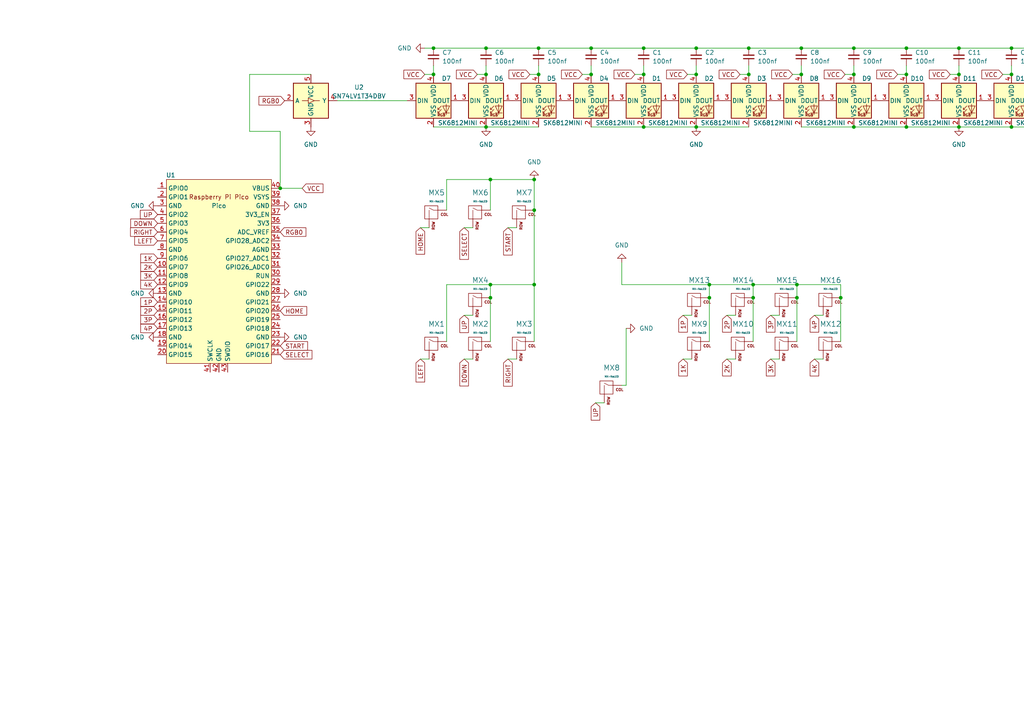
<source format=kicad_sch>
(kicad_sch (version 20230121) (generator eeschema)
  (paper "A4")
  (lib_symbols
    (symbol "Device:C_Small" (pin_numbers hide) (pin_names (offset 0.254) hide)
      (property "Reference" "C" (at 0.254 1.778 0))
      (property "Value" "C_Small" (at 0.254 -2.032 0))
      (symbol "C_Small_0_1"
        (polyline (pts (xy -1.524 -0.508) (xy 1.524 -0.508)) (stroke (width 0.3302)))
        (polyline (pts (xy -1.524 0.508) (xy 1.524 0.508)) (stroke (width 0.3048)))
      )
      (symbol "C_Small_1_1"
        (pin passive line (at 0 2.54 270) (length 2.032) (name "~") (number "1"))
        (pin passive line (at 0 -2.54 90) (length 2.032) (name "~") (number "2"))
      )
    )
    (symbol "LED:SK6812MINI" (pin_names (offset 0.254))
      (property "Reference" "D" (at 5.08 5.715 0))
      (property "Value" "SK6812MINI" (at 1.27 -5.715 0))
      (symbol "SK6812MINI_0_0"
        (text "RGB" (at 2.286 -4.191 0) (effects (font (size 0.762 0.762))))
      )
      (symbol "SK6812MINI_0_1"
        (polyline (pts (xy 1.27 -3.556) (xy 1.778 -3.556)))
        (polyline (pts (xy 1.27 -2.54) (xy 1.778 -2.54)))
        (polyline (pts (xy 4.699 -3.556) (xy 2.667 -3.556)))
        (polyline (pts (xy 2.286 -2.54) (xy 1.27 -3.556) (xy 1.27 -3.048)))
        (polyline (pts (xy 2.286 -1.524) (xy 1.27 -2.54) (xy 1.27 -2.032)))
        (polyline (pts (xy 3.683 -1.016) (xy 3.683 -3.556) (xy 3.683 -4.064)))
        (polyline (pts (xy 4.699 -1.524) (xy 2.667 -1.524) (xy 3.683 -3.556) (xy 4.699 -1.524)))
        (rectangle (start 5.08 5.08) (end -5.08 -5.08) (stroke (width 0.254)) (fill (type background)))
      )
      (symbol "SK6812MINI_1_1"
        (pin output line (at 7.62 0 180) (length 2.54) (name "DOUT") (number "1"))
        (pin power_in line (at 0 -7.62 90) (length 2.54) (name "VSS") (number "2"))
        (pin input line (at -7.62 0 0) (length 2.54) (name "DIN") (number "3"))
        (pin power_in line (at 0 7.62 270) (length 2.54) (name "VDD") (number "4"))
      )
    )
    (symbol "Logic_LevelTranslator:SN74LV1T34DBV"
      (property "Reference" "U" (at 5.08 6.35 0))
      (property "Value" "SN74LV1T34DBV" (at 5.08 3.81 0))
      (symbol "SN74LV1T34DBV_0_1"
        (rectangle (start -5.08 5.08) (end 5.08 -5.08) (stroke (width 0.254)) (fill (type background)))
        (polyline (pts (xy -0.762 0) (xy -2.54 0)))
        (polyline (pts (xy 1.016 0) (xy 2.54 0)))
      )
      (symbol "SN74LV1T34DBV_1_1"
        (polyline (pts (xy -0.762 -0.762) (xy -0.762 0.762) (xy 1.016 0) (xy -0.762 -0.762)))
        (pin no_connect line (at -5.08 2.54 0) (length 2.54) hide (name "NC") (number "1"))
        (pin input line (at -7.62 0 0) (length 2.54) (name "A") (number "2"))
        (pin power_in line (at 0 -7.62 90) (length 2.54) (name "GND") (number "3"))
        (pin output line (at 7.62 0 180) (length 2.54) (name "Y") (number "4"))
        (pin power_in line (at 0 7.62 270) (length 2.54) (name "VCC") (number "5"))
      )
    )
    (symbol "MCU_RaspberryPi_and_Boards:Pico"
      (property "Reference" "U" (at -13.97 27.94 0))
      (property "Value" "Pico" (at 0 19.05 0))
      (symbol "Pico_0_0"
        (text "Raspberry Pi Pico" (at 0 21.59 0) (effects (font (size 1.27 1.27))))
      )
      (symbol "Pico_0_1"
        (rectangle (start -15.24 26.67) (end 15.24 -26.67) (fill (type background)))
      )
      (symbol "Pico_1_1"
        (pin bidirectional line (at -17.78 24.13 0) (length 2.54) (name "GPIO0") (number "1"))
        (pin bidirectional line (at -17.78 1.27 0) (length 2.54) (name "GPIO7") (number "10"))
        (pin bidirectional line (at -17.78 -1.27 0) (length 2.54) (name "GPIO8") (number "11"))
        (pin bidirectional line (at -17.78 -3.81 0) (length 2.54) (name "GPIO9") (number "12"))
        (pin power_in line (at -17.78 -6.35 0) (length 2.54) (name "GND") (number "13"))
        (pin bidirectional line (at -17.78 -8.89 0) (length 2.54) (name "GPIO10") (number "14"))
        (pin bidirectional line (at -17.78 -11.43 0) (length 2.54) (name "GPIO11") (number "15"))
        (pin bidirectional line (at -17.78 -13.97 0) (length 2.54) (name "GPIO12") (number "16"))
        (pin bidirectional line (at -17.78 -16.51 0) (length 2.54) (name "GPIO13") (number "17"))
        (pin power_in line (at -17.78 -19.05 0) (length 2.54) (name "GND") (number "18"))
        (pin bidirectional line (at -17.78 -21.59 0) (length 2.54) (name "GPIO14") (number "19"))
        (pin bidirectional line (at -17.78 21.59 0) (length 2.54) (name "GPIO1") (number "2"))
        (pin bidirectional line (at -17.78 -24.13 0) (length 2.54) (name "GPIO15") (number "20"))
        (pin bidirectional line (at 17.78 -24.13 180) (length 2.54) (name "GPIO16") (number "21"))
        (pin bidirectional line (at 17.78 -21.59 180) (length 2.54) (name "GPIO17") (number "22"))
        (pin power_in line (at 17.78 -19.05 180) (length 2.54) (name "GND") (number "23"))
        (pin bidirectional line (at 17.78 -16.51 180) (length 2.54) (name "GPIO18") (number "24"))
        (pin bidirectional line (at 17.78 -13.97 180) (length 2.54) (name "GPIO19") (number "25"))
        (pin bidirectional line (at 17.78 -11.43 180) (length 2.54) (name "GPIO20") (number "26"))
        (pin bidirectional line (at 17.78 -8.89 180) (length 2.54) (name "GPIO21") (number "27"))
        (pin power_in line (at 17.78 -6.35 180) (length 2.54) (name "GND") (number "28"))
        (pin bidirectional line (at 17.78 -3.81 180) (length 2.54) (name "GPIO22") (number "29"))
        (pin power_in line (at -17.78 19.05 0) (length 2.54) (name "GND") (number "3"))
        (pin input line (at 17.78 -1.27 180) (length 2.54) (name "RUN") (number "30"))
        (pin bidirectional line (at 17.78 1.27 180) (length 2.54) (name "GPIO26_ADC0") (number "31"))
        (pin bidirectional line (at 17.78 3.81 180) (length 2.54) (name "GPIO27_ADC1") (number "32"))
        (pin power_in line (at 17.78 6.35 180) (length 2.54) (name "AGND") (number "33"))
        (pin bidirectional line (at 17.78 8.89 180) (length 2.54) (name "GPIO28_ADC2") (number "34"))
        (pin power_in line (at 17.78 11.43 180) (length 2.54) (name "ADC_VREF") (number "35"))
        (pin power_in line (at 17.78 13.97 180) (length 2.54) (name "3V3") (number "36"))
        (pin input line (at 17.78 16.51 180) (length 2.54) (name "3V3_EN") (number "37"))
        (pin bidirectional line (at 17.78 19.05 180) (length 2.54) (name "GND") (number "38"))
        (pin power_in line (at 17.78 21.59 180) (length 2.54) (name "VSYS") (number "39"))
        (pin bidirectional line (at -17.78 16.51 0) (length 2.54) (name "GPIO2") (number "4"))
        (pin power_in line (at 17.78 24.13 180) (length 2.54) (name "VBUS") (number "40"))
        (pin input line (at -2.54 -29.21 90) (length 2.54) (name "SWCLK") (number "41"))
        (pin power_in line (at 0 -29.21 90) (length 2.54) (name "GND") (number "42"))
        (pin bidirectional line (at 2.54 -29.21 90) (length 2.54) (name "SWDIO") (number "43"))
        (pin bidirectional line (at -17.78 13.97 0) (length 2.54) (name "GPIO3") (number "5"))
        (pin bidirectional line (at -17.78 11.43 0) (length 2.54) (name "GPIO4") (number "6"))
        (pin bidirectional line (at -17.78 8.89 0) (length 2.54) (name "GPIO5") (number "7"))
        (pin power_in line (at -17.78 6.35 0) (length 2.54) (name "GND") (number "8"))
        (pin bidirectional line (at -17.78 3.81 0) (length 2.54) (name "GPIO6") (number "9"))
      )
    )
    (symbol "MX_Alps_Hybrid:MX-NoLED" (pin_names (offset 1.016))
      (property "Reference" "MX" (at -0.635 3.81 0))
      (property "Value" "MX-NoLED" (at -0.635 1.27 0))
      (symbol "MX-NoLED_0_0"
        (rectangle (start -2.54 2.54) (end 1.27 -1.27))
        (polyline (pts (xy -1.27 -1.27) (xy -1.27 1.27)) (stroke (width 0.127)))
        (polyline (pts (xy 1.27 1.27) (xy 0 1.27) (xy -1.27 1.905)) (stroke (width 0.127)))
        (text "COL" (at 3.175 0 0) (effects (font (size 0.762 0.762))))
        (text "ROW" (at 0 -1.905 900) (effects (font (size 0.762 0.762)) (justify right)))
      )
      (symbol "MX-NoLED_1_1"
        (pin passive line (at 3.81 1.27 180) (length 2.54) (name "COL") (number "1"))
        (pin passive line (at -1.27 -3.81 90) (length 2.54) (name "ROW") (number "2"))
      )
    )
    (symbol "power:GND" (power) (pin_names (offset 0))
      (property "Value" "GND" (at 0 -3.81 0))
      (symbol "GND_0_1"
        (polyline (pts (xy 0 0) (xy 0 -1.27) (xy 1.27 -1.27) (xy 0 -2.54) (xy -1.27 -1.27) (xy 0 -1.27)))
      )
      (symbol "GND_1_1"
        (pin power_in line (at 0 0 270) (length 0) hide (name "GND") (number "1"))
      )
    )
  )
  (junction (at 140.97 36.83))
  (junction (at 293.37 21.59))
  (junction (at 323.85 21.59))
  (junction (at 339.09 36.83))
  (junction (at 171.45 13.97))
  (junction (at 339.09 21.59))
  (junction (at 156.21 13.97))
  (junction (at 154.94 52.07))
  (junction (at 231.14 82.55))
  (junction (at 323.85 13.97))
  (junction (at 156.21 21.59))
  (junction (at 354.33 21.59))
  (junction (at 205.74 86.36))
  (junction (at 186.69 21.59))
  (junction (at 205.74 82.55))
  (junction (at 201.93 13.97))
  (junction (at 232.41 21.59))
  (junction (at 262.89 13.97))
  (junction (at 308.61 36.83))
  (junction (at 217.17 13.97))
  (junction (at 154.94 82.55))
  (junction (at 278.13 21.59))
  (junction (at 140.97 21.59))
  (junction (at 186.69 36.83))
  (junction (at 125.73 13.97))
  (junction (at 171.45 21.59))
  (junction (at 201.93 36.83))
  (junction (at 140.97 13.97))
  (junction (at 232.41 13.97))
  (junction (at 262.89 36.83))
  (junction (at 231.14 86.36))
  (junction (at 278.13 36.83))
  (junction (at 218.44 82.55))
  (junction (at 247.65 21.59))
  (junction (at 247.65 36.83))
  (junction (at 218.44 86.36))
  (junction (at 262.89 21.59))
  (junction (at 293.37 13.97))
  (junction (at 308.61 13.97))
  (junction (at 81.28 54.61))
  (junction (at 142.24 82.55))
  (junction (at 125.73 21.59))
  (junction (at 154.94 60.96))
  (junction (at 293.37 36.83))
  (junction (at 323.85 36.83))
  (junction (at 186.69 13.97))
  (junction (at 278.13 13.97))
  (junction (at 247.65 13.97))
  (junction (at 142.24 52.07))
  (junction (at 243.84 86.36))
  (junction (at 142.24 86.36))
  (junction (at 339.09 13.97))
  (junction (at 217.17 21.59))
  (junction (at 201.93 21.59))
  (junction (at 308.61 21.59))
  (wire (pts (xy 232.41 19.05) (xy 232.41 21.59)))
  (wire (pts (xy 293.37 13.97) (xy 308.61 13.97)))
  (wire (pts (xy 142.24 82.55) (xy 154.94 82.55)))
  (wire (pts (xy 186.69 19.05) (xy 186.69 21.59)))
  (wire (pts (xy 231.14 82.55) (xy 231.14 86.36)))
  (wire (pts (xy 123.19 21.59) (xy 125.73 21.59)))
  (wire (pts (xy 308.61 19.05) (xy 308.61 21.59)))
  (wire (pts (xy 210.82 91.44) (xy 213.36 91.44)))
  (wire (pts (xy 210.82 104.14) (xy 213.36 104.14)))
  (wire (pts (xy 125.73 19.05) (xy 125.73 21.59)))
  (wire (pts (xy 156.21 13.97) (xy 171.45 13.97)))
  (wire (pts (xy 180.34 76.2) (xy 180.34 82.55)))
  (wire (pts (xy 336.55 21.59) (xy 339.09 21.59)))
  (wire (pts (xy 205.74 82.55) (xy 218.44 82.55)))
  (wire (pts (xy 87.63 54.61) (xy 81.28 54.61)))
  (wire (pts (xy 278.13 36.83) (xy 293.37 36.83)))
  (wire (pts (xy 125.73 13.97) (xy 140.97 13.97)))
  (wire (pts (xy 171.45 19.05) (xy 171.45 21.59)))
  (wire (pts (xy 232.41 36.83) (xy 247.65 36.83)))
  (wire (pts (xy 138.43 21.59) (xy 140.97 21.59)))
  (wire (pts (xy 218.44 86.36) (xy 218.44 99.06)))
  (wire (pts (xy 129.54 82.55) (xy 142.24 82.55)))
  (wire (pts (xy 81.28 38.1) (xy 72.39 38.1)))
  (wire (pts (xy 218.44 82.55) (xy 218.44 86.36)))
  (wire (pts (xy 81.28 54.61) (xy 81.28 38.1)))
  (wire (pts (xy 323.85 19.05) (xy 323.85 21.59)))
  (wire (pts (xy 290.83 21.59) (xy 293.37 21.59)))
  (wire (pts (xy 308.61 13.97) (xy 323.85 13.97)))
  (wire (pts (xy 140.97 13.97) (xy 156.21 13.97)))
  (wire (pts (xy 229.87 21.59) (xy 232.41 21.59)))
  (wire (pts (xy 236.22 104.14) (xy 238.76 104.14)))
  (wire (pts (xy 278.13 13.97) (xy 293.37 13.97)))
  (wire (pts (xy 262.89 13.97) (xy 278.13 13.97)))
  (wire (pts (xy 260.35 21.59) (xy 262.89 21.59)))
  (wire (pts (xy 142.24 82.55) (xy 142.24 86.36)))
  (wire (pts (xy 223.52 104.14) (xy 226.06 104.14)))
  (wire (pts (xy 147.32 66.04) (xy 149.86 66.04)))
  (wire (pts (xy 223.52 91.44) (xy 226.06 91.44)))
  (wire (pts (xy 180.34 111.76) (xy 181.61 111.76)))
  (wire (pts (xy 201.93 13.97) (xy 217.17 13.97)))
  (wire (pts (xy 232.41 13.97) (xy 247.65 13.97)))
  (wire (pts (xy 308.61 36.83) (xy 323.85 36.83)))
  (wire (pts (xy 245.11 21.59) (xy 247.65 21.59)))
  (wire (pts (xy 262.89 19.05) (xy 262.89 21.59)))
  (wire (pts (xy 129.54 82.55) (xy 129.54 99.06)))
  (wire (pts (xy 180.34 82.55) (xy 205.74 82.55)))
  (wire (pts (xy 153.67 21.59) (xy 156.21 21.59)))
  (wire (pts (xy 154.94 60.96) (xy 154.94 82.55)))
  (wire (pts (xy 205.74 86.36) (xy 205.74 99.06)))
  (wire (pts (xy 171.45 36.83) (xy 186.69 36.83)))
  (wire (pts (xy 134.62 104.14) (xy 137.16 104.14)))
  (wire (pts (xy 134.62 91.44) (xy 137.16 91.44)))
  (wire (pts (xy 154.94 52.07) (xy 154.94 60.96)))
  (wire (pts (xy 214.63 21.59) (xy 217.17 21.59)))
  (wire (pts (xy 142.24 60.96) (xy 142.24 52.07)))
  (wire (pts (xy 231.14 86.36) (xy 231.14 99.06)))
  (wire (pts (xy 140.97 19.05) (xy 140.97 21.59)))
  (wire (pts (xy 247.65 36.83) (xy 262.89 36.83)))
  (wire (pts (xy 323.85 36.83) (xy 339.09 36.83)))
  (wire (pts (xy 97.79 29.21) (xy 118.11 29.21)))
  (wire (pts (xy 140.97 36.83) (xy 156.21 36.83)))
  (wire (pts (xy 236.22 91.44) (xy 238.76 91.44)))
  (wire (pts (xy 121.92 104.14) (xy 124.46 104.14)))
  (wire (pts (xy 72.39 21.59) (xy 90.17 21.59)))
  (wire (pts (xy 231.14 82.55) (xy 243.84 82.55)))
  (wire (pts (xy 154.94 82.55) (xy 154.94 99.06)))
  (wire (pts (xy 129.54 60.96) (xy 129.54 52.07)))
  (wire (pts (xy 199.39 21.59) (xy 201.93 21.59)))
  (wire (pts (xy 198.12 104.14) (xy 200.66 104.14)))
  (wire (pts (xy 198.12 91.44) (xy 200.66 91.44)))
  (wire (pts (xy 339.09 19.05) (xy 339.09 21.59)))
  (wire (pts (xy 247.65 19.05) (xy 247.65 21.59)))
  (wire (pts (xy 354.33 19.05) (xy 354.33 21.59)))
  (wire (pts (xy 142.24 52.07) (xy 154.94 52.07)))
  (wire (pts (xy 293.37 36.83) (xy 308.61 36.83)))
  (wire (pts (xy 186.69 36.83) (xy 201.93 36.83)))
  (wire (pts (xy 247.65 13.97) (xy 262.89 13.97)))
  (wire (pts (xy 172.72 116.84) (xy 175.26 116.84)))
  (wire (pts (xy 217.17 13.97) (xy 232.41 13.97)))
  (wire (pts (xy 129.54 52.07) (xy 142.24 52.07)))
  (wire (pts (xy 306.07 21.59) (xy 308.61 21.59)))
  (wire (pts (xy 201.93 36.83) (xy 217.17 36.83)))
  (wire (pts (xy 218.44 82.55) (xy 231.14 82.55)))
  (wire (pts (xy 181.61 95.25) (xy 181.61 111.76)))
  (wire (pts (xy 142.24 86.36) (xy 142.24 99.06)))
  (wire (pts (xy 339.09 36.83) (xy 354.33 36.83)))
  (wire (pts (xy 275.59 21.59) (xy 278.13 21.59)))
  (wire (pts (xy 156.21 19.05) (xy 156.21 21.59)))
  (wire (pts (xy 323.85 13.97) (xy 339.09 13.97)))
  (wire (pts (xy 339.09 13.97) (xy 354.33 13.97)))
  (wire (pts (xy 168.91 21.59) (xy 171.45 21.59)))
  (wire (pts (xy 147.32 104.14) (xy 149.86 104.14)))
  (wire (pts (xy 243.84 86.36) (xy 243.84 99.06)))
  (wire (pts (xy 321.31 21.59) (xy 323.85 21.59)))
  (wire (pts (xy 205.74 82.55) (xy 205.74 86.36)))
  (wire (pts (xy 72.39 38.1) (xy 72.39 21.59)))
  (wire (pts (xy 186.69 13.97) (xy 201.93 13.97)))
  (wire (pts (xy 243.84 82.55) (xy 243.84 86.36)))
  (wire (pts (xy 123.19 13.97) (xy 125.73 13.97)))
  (wire (pts (xy 293.37 19.05) (xy 293.37 21.59)))
  (wire (pts (xy 121.92 66.04) (xy 124.46 66.04)))
  (wire (pts (xy 125.73 36.83) (xy 140.97 36.83)))
  (wire (pts (xy 351.79 21.59) (xy 354.33 21.59)))
  (wire (pts (xy 171.45 13.97) (xy 186.69 13.97)))
  (wire (pts (xy 278.13 19.05) (xy 278.13 21.59)))
  (wire (pts (xy 262.89 36.83) (xy 278.13 36.83)))
  (wire (pts (xy 134.62 66.04) (xy 137.16 66.04)))
  (wire (pts (xy 217.17 19.05) (xy 217.17 21.59)))
  (wire (pts (xy 201.93 19.05) (xy 201.93 21.59)))
  (wire (pts (xy 184.15 21.59) (xy 186.69 21.59)))
  (global_label "DOWN" (shape input) (at 134.62 104.14 270) (property "Intersheetrefs" "${INTERSHEET_REFS}" (effects hide)))
  (global_label "RIGHT" (shape input) (at 147.32 104.14 270) (property "Intersheetrefs" "${INTERSHEET_REFS}" (effects hide)))
  (global_label "VCC" (shape input) (at 199.39 21.59 180) (property "Intersheetrefs" "${INTERSHEET_REFS}" (effects hide)))
  (global_label "VCC" (shape input) (at 168.91 21.59 180) (property "Intersheetrefs" "${INTERSHEET_REFS}" (effects hide)))
  (global_label "3P" (shape input) (at 45.72 92.71 180) (property "Intersheetrefs" "${INTERSHEET_REFS}" (effects hide)))
  (global_label "VCC" (shape input) (at 123.19 21.59 180) (property "Intersheetrefs" "${INTERSHEET_REFS}" (effects hide)))
  (global_label "START" (shape input) (at 81.28 100.33 0) (property "Intersheetrefs" "${INTERSHEET_REFS}" (effects hide)))
  (global_label "DOWN" (shape input) (at 45.72 64.77 180) (property "Intersheetrefs" "${INTERSHEET_REFS}" (effects hide)))
  (global_label "2K" (shape input) (at 45.72 77.47 180) (property "Intersheetrefs" "${INTERSHEET_REFS}" (effects hide)))
  (global_label "2P" (shape input) (at 210.82 91.44 270) (property "Intersheetrefs" "${INTERSHEET_REFS}" (effects hide)))
  (global_label "RGB0" (shape input) (at 81.28 67.31 0) (property "Intersheetrefs" "${INTERSHEET_REFS}" (effects hide)))
  (global_label "VCC" (shape input) (at 290.83 21.59 180) (property "Intersheetrefs" "${INTERSHEET_REFS}" (effects hide)))
  (global_label "LEFT" (shape input) (at 45.72 69.85 180) (property "Intersheetrefs" "${INTERSHEET_REFS}" (effects hide)))
  (global_label "START" (shape input) (at 147.32 66.04 270) (property "Intersheetrefs" "${INTERSHEET_REFS}" (effects hide)))
  (global_label "VCC" (shape input) (at 245.11 21.59 180) (property "Intersheetrefs" "${INTERSHEET_REFS}" (effects hide)))
  (global_label "HOME" (shape input) (at 81.28 90.17 0) (property "Intersheetrefs" "${INTERSHEET_REFS}" (effects hide)))
  (global_label "3K" (shape input) (at 45.72 80.01 180) (property "Intersheetrefs" "${INTERSHEET_REFS}" (effects hide)))
  (global_label "1K" (shape input) (at 45.72 74.93 180) (property "Intersheetrefs" "${INTERSHEET_REFS}" (effects hide)))
  (global_label "VCC" (shape input) (at 260.35 21.59 180) (property "Intersheetrefs" "${INTERSHEET_REFS}" (effects hide)))
  (global_label "VCC" (shape input) (at 321.31 21.59 180) (property "Intersheetrefs" "${INTERSHEET_REFS}" (effects hide)))
  (global_label "SELECT" (shape input) (at 134.62 66.04 270) (property "Intersheetrefs" "${INTERSHEET_REFS}" (effects hide)))
  (global_label "1K" (shape input) (at 198.12 104.14 270) (property "Intersheetrefs" "${INTERSHEET_REFS}" (effects hide)))
  (global_label "1P" (shape input) (at 45.72 87.63 180) (property "Intersheetrefs" "${INTERSHEET_REFS}" (effects hide)))
  (global_label "3P" (shape input) (at 223.52 91.44 270) (property "Intersheetrefs" "${INTERSHEET_REFS}" (effects hide)))
  (global_label "4K" (shape input) (at 236.22 104.14 270) (property "Intersheetrefs" "${INTERSHEET_REFS}" (effects hide)))
  (global_label "4P" (shape input) (at 45.72 95.25 180) (property "Intersheetrefs" "${INTERSHEET_REFS}" (effects hide)))
  (global_label "VCC" (shape input) (at 351.79 21.59 180) (property "Intersheetrefs" "${INTERSHEET_REFS}" (effects hide)))
  (global_label "4P" (shape input) (at 236.22 91.44 270) (property "Intersheetrefs" "${INTERSHEET_REFS}" (effects hide)))
  (global_label "UP" (shape input) (at 172.72 116.84 270) (property "Intersheetrefs" "${INTERSHEET_REFS}" (effects hide)))
  (global_label "VCC" (shape input) (at 229.87 21.59 180) (property "Intersheetrefs" "${INTERSHEET_REFS}" (effects hide)))
  (global_label "VCC" (shape input) (at 275.59 21.59 180) (property "Intersheetrefs" "${INTERSHEET_REFS}" (effects hide)))
  (global_label "HOME" (shape input) (at 121.92 66.04 270) (property "Intersheetrefs" "${INTERSHEET_REFS}" (effects hide)))
  (global_label "VCC" (shape input) (at 184.15 21.59 180) (property "Intersheetrefs" "${INTERSHEET_REFS}" (effects hide)))
  (global_label "RIGHT" (shape input) (at 45.72 67.31 180) (property "Intersheetrefs" "${INTERSHEET_REFS}" (effects hide)))
  (global_label "RGB0" (shape input) (at 82.55 29.21 180) (property "Intersheetrefs" "${INTERSHEET_REFS}" (effects hide)))
  (global_label "2K" (shape input) (at 210.82 104.14 270) (property "Intersheetrefs" "${INTERSHEET_REFS}" (effects hide)))
  (global_label "LEFT" (shape input) (at 121.92 104.14 270) (property "Intersheetrefs" "${INTERSHEET_REFS}" (effects hide)))
  (global_label "VCC" (shape input) (at 336.55 21.59 180) (property "Intersheetrefs" "${INTERSHEET_REFS}" (effects hide)))
  (global_label "3K" (shape input) (at 223.52 104.14 270) (property "Intersheetrefs" "${INTERSHEET_REFS}" (effects hide)))
  (global_label "4K" (shape input) (at 45.72 82.55 180) (property "Intersheetrefs" "${INTERSHEET_REFS}" (effects hide)))
  (global_label "UP" (shape input) (at 134.62 91.44 270) (property "Intersheetrefs" "${INTERSHEET_REFS}" (effects hide)))
  (global_label "VCC" (shape input) (at 87.63 54.61 0) (property "Intersheetrefs" "${INTERSHEET_REFS}" (effects hide)))
  (global_label "VCC" (shape input) (at 138.43 21.59 180) (property "Intersheetrefs" "${INTERSHEET_REFS}" (effects hide)))
  (global_label "UP" (shape input) (at 45.72 62.23 180) (property "Intersheetrefs" "${INTERSHEET_REFS}" (effects hide)))
  (global_label "2P" (shape input) (at 45.72 90.17 180) (property "Intersheetrefs" "${INTERSHEET_REFS}" (effects hide)))
  (global_label "1P" (shape input) (at 198.12 91.44 270) (property "Intersheetrefs" "${INTERSHEET_REFS}" (effects hide)))
  (global_label "VCC" (shape input) (at 214.63 21.59 180) (property "Intersheetrefs" "${INTERSHEET_REFS}" (effects hide)))
  (global_label "VCC" (shape input) (at 306.07 21.59 180) (property "Intersheetrefs" "${INTERSHEET_REFS}" (effects hide)))
  (global_label "SELECT" (shape input) (at 81.28 102.87 0) (property "Intersheetrefs" "${INTERSHEET_REFS}" (effects hide)))
  (global_label "VCC" (shape input) (at 153.67 21.59 180) (property "Intersheetrefs" "${INTERSHEET_REFS}" (effects hide)))
  (symbol (lib_id "MX_Alps_Hybrid:MX-NoLED") (at 125.73 62.23 0) (unit 1)
    (property "Reference" "MX5" (at 126.6132 55.88 0) (effects (font (size 1.524 1.524))))
    (property "Value" "MX-NoLED" (at 126.6132 58.42 0) (effects (font (size 0.508 0.508))))
    (property "Footprint" "PCM_Switch_Keyboard_Hotswap_Kailh:SW_Hotswap_Kailh_MX_Plated_1.00u" (effects hide))
  )
  (symbol (lib_id "power:GND") (at 81.28 85.09 90) (unit 1)
    (property "Reference" "#PWR08" (effects hide))
    (property "Value" "GND" (at 85.09 85.09 90) (effects (justify right)))
  )
  (symbol (lib_id "power:GND") (at 45.72 85.09 270) (unit 1)
    (property "Reference" "#PWR06" (effects hide))
    (property "Value" "GND" (at 41.91 85.09 90) (effects (justify right)))
  )
  (symbol (lib_id "power:GND") (at 278.13 36.83 0) (unit 1)
    (property "Reference" "#PWR012" (effects hide))
    (property "Value" "GND" (at 278.13 41.91 0))
  )
  (symbol (lib_id "Device:C_Small") (at 278.13 16.51 180) (unit 1)
    (property "Reference" "C11" (at 280.67 15.2336 0) (effects (justify right)))
    (property "Value" "100nf" (at 280.67 17.7736 0) (effects (justify right)))
    (property "Footprint" "CAPC1005X55N:CAPC1005X55N" (effects hide))
  )
  (symbol (lib_id "MX_Alps_Hybrid:MX-NoLED") (at 214.63 100.33 0) (unit 1)
    (property "Reference" "MX10" (at 215.5132 93.98 0) (effects (font (size 1.524 1.524))))
    (property "Value" "MX-NoLED" (at 215.5132 96.52 0) (effects (font (size 0.508 0.508))))
    (property "Footprint" "PCM_Switch_Keyboard_Hotswap_Kailh:SW_Hotswap_Kailh_MX_Plated_1.00u" (effects hide))
  )
  (symbol (lib_id "LED:SK6812MINI") (at 125.73 29.21 0) (unit 1)
    (property "Reference" "D7" (at 130.81 23.495 0) (effects (justify right bottom)))
    (property "Value" "SK6812MINI" (at 127 34.925 0) (effects (justify left top)))
    (property "Footprint" "kicad-footprints:YS-SK6812MINI-E" (effects hide))
    (property "Datasheet" "https://cdn-shop.adafruit.com/product-files/2686/SK6812MINI_REV.01-1-2.pdf" (effects hide))
  )
  (symbol (lib_id "power:GND") (at 90.17 36.83 0) (unit 1)
    (property "Reference" "#PWR026" (effects hide))
    (property "Value" "GND" (at 90.17 41.91 0))
  )
  (symbol (lib_id "MX_Alps_Hybrid:MX-NoLED") (at 240.03 87.63 0) (unit 1)
    (property "Reference" "MX16" (at 240.9132 81.28 0) (effects (font (size 1.524 1.524))))
    (property "Value" "MX-NoLED" (at 240.9132 83.82 0) (effects (font (size 0.508 0.508))))
    (property "Footprint" "PCM_Switch_Keyboard_Hotswap_Kailh:SW_Hotswap_Kailh_MX_Plated_1.00u" (effects hide))
  )
  (symbol (lib_id "power:GND") (at 81.28 59.69 90) (unit 1)
    (property "Reference" "#PWR013" (effects hide))
    (property "Value" "GND" (at 85.09 59.69 90) (effects (justify right)))
  )
  (symbol (lib_id "Device:C_Small") (at 125.73 16.51 180) (unit 1)
    (property "Reference" "C7" (at 128.27 15.2336 0) (effects (justify right)))
    (property "Value" "100nf" (at 128.27 17.7736 0) (effects (justify right)))
    (property "Footprint" "CAPC1005X55N:CAPC1005X55N" (effects hide))
  )
  (symbol (lib_id "Device:C_Small") (at 308.61 16.51 180) (unit 1)
    (property "Reference" "C16" (at 311.15 15.2336 0) (effects (justify right)))
    (property "Value" "100nf" (at 311.15 17.7736 0) (effects (justify right)))
    (property "Footprint" "CAPC1005X55N:CAPC1005X55N" (effects hide))
  )
  (symbol (lib_id "LED:SK6812MINI") (at 156.21 29.21 0) (unit 1)
    (property "Reference" "D5" (at 161.29 23.495 0) (effects (justify right bottom)))
    (property "Value" "SK6812MINI" (at 157.48 34.925 0) (effects (justify left top)))
    (property "Footprint" "kicad-footprints:YS-SK6812MINI-E" (effects hide))
    (property "Datasheet" "https://cdn-shop.adafruit.com/product-files/2686/SK6812MINI_REV.01-1-2.pdf" (effects hide))
  )
  (symbol (lib_id "LED:SK6812MINI") (at 171.45 29.21 0) (unit 1)
    (property "Reference" "D4" (at 176.53 23.495 0) (effects (justify right bottom)))
    (property "Value" "SK6812MINI" (at 172.72 34.925 0) (effects (justify left top)))
    (property "Footprint" "kicad-footprints:YS-SK6812MINI-E" (effects hide))
    (property "Datasheet" "https://cdn-shop.adafruit.com/product-files/2686/SK6812MINI_REV.01-1-2.pdf" (effects hide))
  )
  (symbol (lib_id "Device:C_Small") (at 262.89 16.51 180) (unit 1)
    (property "Reference" "C10" (at 265.43 15.2336 0) (effects (justify right)))
    (property "Value" "100nf" (at 265.43 17.7736 0) (effects (justify right)))
    (property "Footprint" "CAPC1005X55N:CAPC1005X55N" (effects hide))
  )
  (symbol (lib_id "LED:SK6812MINI") (at 293.37 29.21 0) (unit 1)
    (property "Reference" "D12" (at 298.45 23.495 0) (effects (justify right bottom)))
    (property "Value" "SK6812MINI" (at 294.64 34.925 0) (effects (justify left top)))
    (property "Footprint" "kicad-footprints:YS-SK6812MINI-E" (effects hide))
    (property "Datasheet" "https://cdn-shop.adafruit.com/product-files/2686/SK6812MINI_REV.01-1-2.pdf" (effects hide))
  )
  (symbol (lib_id "LED:SK6812MINI") (at 308.61 29.21 0) (unit 1)
    (property "Reference" "D16" (at 313.69 23.495 0) (effects (justify right bottom)))
    (property "Value" "SK6812MINI" (at 309.88 34.925 0) (effects (justify left top)))
    (property "Footprint" "kicad-footprints:YS-SK6812MINI-E" (effects hide))
    (property "Datasheet" "https://cdn-shop.adafruit.com/product-files/2686/SK6812MINI_REV.01-1-2.pdf" (effects hide))
  )
  (symbol (lib_id "MX_Alps_Hybrid:MX-NoLED") (at 240.03 100.33 0) (unit 1)
    (property "Reference" "MX12" (at 240.9132 93.98 0) (effects (font (size 1.524 1.524))))
    (property "Value" "MX-NoLED" (at 240.9132 96.52 0) (effects (font (size 0.508 0.508))))
    (property "Footprint" "PCM_Switch_Keyboard_Hotswap_Kailh:SW_Hotswap_Kailh_MX_Plated_1.00u" (effects hide))
  )
  (symbol (lib_id "power:GND") (at 140.97 36.83 0) (unit 1)
    (property "Reference" "#PWR010" (effects hide))
    (property "Value" "GND" (at 140.97 41.91 0))
  )
  (symbol (lib_id "LED:SK6812MINI") (at 278.13 29.21 0) (unit 1)
    (property "Reference" "D11" (at 283.21 23.495 0) (effects (justify right bottom)))
    (property "Value" "SK6812MINI" (at 279.4 34.925 0) (effects (justify left top)))
    (property "Footprint" "kicad-footprints:YS-SK6812MINI-E" (effects hide))
    (property "Datasheet" "https://cdn-shop.adafruit.com/product-files/2686/SK6812MINI_REV.01-1-2.pdf" (effects hide))
  )
  (symbol (lib_id "MCU_RaspberryPi_and_Boards:Pico") (at 63.5 78.74 0) (unit 1)
    (property "Reference" "U1" (at 49.53 50.8 0))
    (property "Value" "Pico" (at 63.5 59.69 0))
    (property "Footprint" "MCU_RaspberryPi_and_Boards:RPi_Pico_SMD_TH" (effects hide))
  )
  (symbol (lib_id "LED:SK6812MINI") (at 247.65 29.21 0) (unit 1)
    (property "Reference" "D9" (at 252.73 23.495 0) (effects (justify right bottom)))
    (property "Value" "SK6812MINI" (at 248.92 34.925 0) (effects (justify left top)))
    (property "Footprint" "kicad-footprints:YS-SK6812MINI-E" (effects hide))
    (property "Datasheet" "https://cdn-shop.adafruit.com/product-files/2686/SK6812MINI_REV.01-1-2.pdf" (effects hide))
  )
  (symbol (lib_id "power:GND") (at 45.72 97.79 270) (unit 1)
    (property "Reference" "#PWR07" (effects hide))
    (property "Value" "GND" (at 41.91 97.79 90) (effects (justify right)))
  )
  (symbol (lib_id "Device:C_Small") (at 201.93 16.51 180) (unit 1)
    (property "Reference" "C2" (at 204.47 15.2336 0) (effects (justify right)))
    (property "Value" "100nf" (at 204.47 17.7736 0) (effects (justify right)))
    (property "Footprint" "CAPC1005X55N:CAPC1005X55N" (effects hide))
  )
  (symbol (lib_id "LED:SK6812MINI") (at 354.33 29.21 0) (unit 1)
    (property "Reference" "D13" (at 359.41 23.495 0) (effects (justify right bottom)))
    (property "Value" "SK6812MINI" (at 355.6 34.925 0) (effects (justify left top)))
    (property "Footprint" "kicad-footprints:YS-SK6812MINI-E" (effects hide))
    (property "Datasheet" "https://cdn-shop.adafruit.com/product-files/2686/SK6812MINI_REV.01-1-2.pdf" (effects hide))
  )
  (symbol (lib_id "power:GND") (at 181.61 95.25 90) (unit 1)
    (property "Reference" "#PWR03" (effects hide))
    (property "Value" "GND" (at 185.42 95.25 90) (effects (justify right)))
  )
  (symbol (lib_id "LED:SK6812MINI") (at 262.89 29.21 0) (unit 1)
    (property "Reference" "D10" (at 267.97 23.495 0) (effects (justify right bottom)))
    (property "Value" "SK6812MINI" (at 264.16 34.925 0) (effects (justify left top)))
    (property "Footprint" "kicad-footprints:YS-SK6812MINI-E" (effects hide))
    (property "Datasheet" "https://cdn-shop.adafruit.com/product-files/2686/SK6812MINI_REV.01-1-2.pdf" (effects hide))
  )
  (symbol (lib_id "Device:C_Small") (at 140.97 16.51 180) (unit 1)
    (property "Reference" "C6" (at 143.51 15.2336 0) (effects (justify right)))
    (property "Value" "100nf" (at 143.51 17.7736 0) (effects (justify right)))
    (property "Footprint" "CAPC1005X55N:CAPC1005X55N" (effects hide))
  )
  (symbol (lib_id "MX_Alps_Hybrid:MX-NoLED") (at 151.13 62.23 0) (unit 1)
    (property "Reference" "MX7" (at 152.0132 55.88 0) (effects (font (size 1.524 1.524))))
    (property "Value" "MX-NoLED" (at 152.0132 58.42 0) (effects (font (size 0.508 0.508))))
    (property "Footprint" "PCM_Switch_Keyboard_Hotswap_Kailh:SW_Hotswap_Kailh_MX_Plated_1.00u" (effects hide))
  )
  (symbol (lib_id "power:GND") (at 123.19 13.97 270) (unit 1)
    (property "Reference" "#PWR011" (effects hide))
    (property "Value" "GND" (at 119.38 13.97 90) (effects (justify right)))
  )
  (symbol (lib_id "Device:C_Small") (at 232.41 16.51 180) (unit 1)
    (property "Reference" "C8" (at 234.95 15.2336 0) (effects (justify right)))
    (property "Value" "100nf" (at 234.95 17.7736 0) (effects (justify right)))
    (property "Footprint" "CAPC1005X55N:CAPC1005X55N" (effects hide))
  )
  (symbol (lib_id "power:GND") (at 180.34 76.2 180) (unit 1)
    (property "Reference" "#PWR01" (effects hide))
    (property "Value" "GND" (at 180.34 71.12 0))
  )
  (symbol (lib_id "Device:C_Small") (at 217.17 16.51 180) (unit 1)
    (property "Reference" "C3" (at 219.71 15.2336 0) (effects (justify right)))
    (property "Value" "100nf" (at 219.71 17.7736 0) (effects (justify right)))
    (property "Footprint" "CAPC1005X55N:CAPC1005X55N" (effects hide))
  )
  (symbol (lib_id "MX_Alps_Hybrid:MX-NoLED") (at 201.93 100.33 0) (unit 1)
    (property "Reference" "MX9" (at 202.8132 93.98 0) (effects (font (size 1.524 1.524))))
    (property "Value" "MX-NoLED" (at 202.8132 96.52 0) (effects (font (size 0.508 0.508))))
    (property "Footprint" "PCM_Switch_Keyboard_Hotswap_Kailh:SW_Hotswap_Kailh_MX_Plated_1.00u" (effects hide))
  )
  (symbol (lib_id "MX_Alps_Hybrid:MX-NoLED") (at 125.73 100.33 0) (unit 1)
    (property "Reference" "MX1" (at 126.6132 93.98 0) (effects (font (size 1.524 1.524))))
    (property "Value" "MX-NoLED" (at 126.6132 96.52 0) (effects (font (size 0.508 0.508))))
    (property "Footprint" "PCM_Switch_Keyboard_Hotswap_Kailh:SW_Hotswap_Kailh_MX_Plated_1.00u" (effects hide))
  )
  (symbol (lib_id "MX_Alps_Hybrid:MX-NoLED") (at 138.43 100.33 0) (unit 1)
    (property "Reference" "MX2" (at 139.3132 93.98 0) (effects (font (size 1.524 1.524))))
    (property "Value" "MX-NoLED" (at 139.3132 96.52 0) (effects (font (size 0.508 0.508))))
    (property "Footprint" "PCM_Switch_Keyboard_Hotswap_Kailh:SW_Hotswap_Kailh_MX_Plated_1.00u" (effects hide))
  )
  (symbol (lib_id "Logic_LevelTranslator:SN74LV1T34DBV") (at 90.17 29.21 0) (unit 1)
    (property "Reference" "U2" (at 104.14 25.3239 0))
    (property "Value" "SN74LV1T34DBV" (at 104.14 27.8639 0))
    (property "Footprint" "Package_TO_SOT_SMD:SOT-23-5" (effects hide))
    (property "Datasheet" "https://www.ti.com/lit/ds/symlink/sn74lv1t34.pdf" (effects hide))
  )
  (symbol (lib_id "MX_Alps_Hybrid:MX-NoLED") (at 138.43 87.63 0) (unit 1)
    (property "Reference" "MX4" (at 139.3132 81.28 0) (effects (font (size 1.524 1.524))))
    (property "Value" "MX-NoLED" (at 139.3132 83.82 0) (effects (font (size 0.508 0.508))))
    (property "Footprint" "PCM_Switch_Keyboard_Hotswap_Kailh:SW_Hotswap_Kailh_MX_Plated_1.00u" (effects hide))
  )
  (symbol (lib_id "MX_Alps_Hybrid:MX-NoLED") (at 201.93 87.63 0) (unit 1)
    (property "Reference" "MX13" (at 202.8132 81.28 0) (effects (font (size 1.524 1.524))))
    (property "Value" "MX-NoLED" (at 202.8132 83.82 0) (effects (font (size 0.508 0.508))))
    (property "Footprint" "PCM_Switch_Keyboard_Hotswap_Kailh:SW_Hotswap_Kailh_MX_Plated_1.00u" (effects hide))
  )
  (symbol (lib_id "LED:SK6812MINI") (at 323.85 29.21 0) (unit 1)
    (property "Reference" "D15" (at 328.93 23.495 0) (effects (justify right bottom)))
    (property "Value" "SK6812MINI" (at 325.12 34.925 0) (effects (justify left top)))
    (property "Footprint" "kicad-footprints:YS-SK6812MINI-E" (effects hide))
    (property "Datasheet" "https://cdn-shop.adafruit.com/product-files/2686/SK6812MINI_REV.01-1-2.pdf" (effects hide))
  )
  (symbol (lib_id "Device:C_Small") (at 247.65 16.51 180) (unit 1)
    (property "Reference" "C9" (at 250.19 15.2336 0) (effects (justify right)))
    (property "Value" "100nf" (at 250.19 17.7736 0) (effects (justify right)))
    (property "Footprint" "CAPC1005X55N:CAPC1005X55N" (effects hide))
  )
  (symbol (lib_id "LED:SK6812MINI") (at 186.69 29.21 0) (unit 1)
    (property "Reference" "D1" (at 191.77 23.495 0) (effects (justify right bottom)))
    (property "Value" "SK6812MINI" (at 187.96 34.925 0) (effects (justify left top)))
    (property "Footprint" "kicad-footprints:YS-SK6812MINI-E" (effects hide))
    (property "Datasheet" "https://cdn-shop.adafruit.com/product-files/2686/SK6812MINI_REV.01-1-2.pdf" (effects hide))
  )
  (symbol (lib_id "MX_Alps_Hybrid:MX-NoLED") (at 227.33 87.63 0) (unit 1)
    (property "Reference" "MX15" (at 228.2132 81.28 0) (effects (font (size 1.524 1.524))))
    (property "Value" "MX-NoLED" (at 228.2132 83.82 0) (effects (font (size 0.508 0.508))))
    (property "Footprint" "PCM_Switch_Keyboard_Hotswap_Kailh:SW_Hotswap_Kailh_MX_Plated_1.00u" (effects hide))
  )
  (symbol (lib_id "power:GND") (at 201.93 36.83 0) (unit 1)
    (property "Reference" "#PWR05" (effects hide))
    (property "Value" "GND" (at 201.93 41.91 0))
  )
  (symbol (lib_id "MX_Alps_Hybrid:MX-NoLED") (at 214.63 87.63 0) (unit 1)
    (property "Reference" "MX14" (at 215.5132 81.28 0) (effects (font (size 1.524 1.524))))
    (property "Value" "MX-NoLED" (at 215.5132 83.82 0) (effects (font (size 0.508 0.508))))
    (property "Footprint" "PCM_Switch_Keyboard_Hotswap_Kailh:SW_Hotswap_Kailh_MX_Plated_1.00u" (effects hide))
  )
  (symbol (lib_id "Device:C_Small") (at 171.45 16.51 180) (unit 1)
    (property "Reference" "C4" (at 173.99 15.2336 0) (effects (justify right)))
    (property "Value" "100nf" (at 173.99 17.7736 0) (effects (justify right)))
    (property "Footprint" "CAPC1005X55N:CAPC1005X55N" (effects hide))
  )
  (symbol (lib_id "Device:C_Small") (at 186.69 16.51 180) (unit 1)
    (property "Reference" "C1" (at 189.23 15.2336 0) (effects (justify right)))
    (property "Value" "100nf" (at 189.23 17.7736 0) (effects (justify right)))
    (property "Footprint" "CAPC1005X55N:CAPC1005X55N" (effects hide))
  )
  (symbol (lib_id "MX_Alps_Hybrid:MX-NoLED") (at 227.33 100.33 0) (unit 1)
    (property "Reference" "MX11" (at 228.2132 93.98 0) (effects (font (size 1.524 1.524))))
    (property "Value" "MX-NoLED" (at 228.2132 96.52 0) (effects (font (size 0.508 0.508))))
    (property "Footprint" "PCM_Switch_Keyboard_Hotswap_Kailh:SW_Hotswap_Kailh_MX_Plated_1.00u" (effects hide))
  )
  (symbol (lib_id "LED:SK6812MINI") (at 201.93 29.21 0) (unit 1)
    (property "Reference" "D2" (at 207.01 23.495 0) (effects (justify right bottom)))
    (property "Value" "SK6812MINI" (at 203.2 34.925 0) (effects (justify left top)))
    (property "Footprint" "kicad-footprints:YS-SK6812MINI-E" (effects hide))
    (property "Datasheet" "https://cdn-shop.adafruit.com/product-files/2686/SK6812MINI_REV.01-1-2.pdf" (effects hide))
  )
  (symbol (lib_id "Device:C_Small") (at 323.85 16.51 180) (unit 1)
    (property "Reference" "C15" (at 326.39 15.2336 0) (effects (justify right)))
    (property "Value" "100nf" (at 326.39 17.7736 0) (effects (justify right)))
    (property "Footprint" "CAPC1005X55N:CAPC1005X55N" (effects hide))
  )
  (symbol (lib_id "LED:SK6812MINI") (at 339.09 29.21 0) (unit 1)
    (property "Reference" "D14" (at 344.17 23.495 0) (effects (justify right bottom)))
    (property "Value" "SK6812MINI" (at 340.36 34.925 0) (effects (justify left top)))
    (property "Footprint" "kicad-footprints:YS-SK6812MINI-E" (effects hide))
    (property "Datasheet" "https://cdn-shop.adafruit.com/product-files/2686/SK6812MINI_REV.01-1-2.pdf" (effects hide))
  )
  (symbol (lib_id "Device:C_Small") (at 156.21 16.51 180) (unit 1)
    (property "Reference" "C5" (at 158.75 15.2336 0) (effects (justify right)))
    (property "Value" "100nf" (at 158.75 17.7736 0) (effects (justify right)))
    (property "Footprint" "CAPC1005X55N:CAPC1005X55N" (effects hide))
  )
  (symbol (lib_id "LED:SK6812MINI") (at 140.97 29.21 0) (unit 1)
    (property "Reference" "D6" (at 146.05 23.495 0) (effects (justify right bottom)))
    (property "Value" "SK6812MINI" (at 142.24 34.925 0) (effects (justify left top)))
    (property "Footprint" "kicad-footprints:YS-SK6812MINI-E" (effects hide))
    (property "Datasheet" "https://cdn-shop.adafruit.com/product-files/2686/SK6812MINI_REV.01-1-2.pdf" (effects hide))
  )
  (symbol (lib_id "power:GND") (at 154.94 52.07 180) (unit 1)
    (property "Reference" "#PWR04" (effects hide))
    (property "Value" "GND" (at 154.94 46.99 0))
  )
  (symbol (lib_id "Device:C_Small") (at 293.37 16.51 180) (unit 1)
    (property "Reference" "C12" (at 295.91 15.2336 0) (effects (justify right)))
    (property "Value" "100nf" (at 295.91 17.7736 0) (effects (justify right)))
    (property "Footprint" "CAPC1005X55N:CAPC1005X55N" (effects hide))
  )
  (symbol (lib_id "MX_Alps_Hybrid:MX-NoLED") (at 138.43 62.23 0) (unit 1)
    (property "Reference" "MX6" (at 139.3132 55.88 0) (effects (font (size 1.524 1.524))))
    (property "Value" "MX-NoLED" (at 139.3132 58.42 0) (effects (font (size 0.508 0.508))))
    (property "Footprint" "PCM_Switch_Keyboard_Hotswap_Kailh:SW_Hotswap_Kailh_MX_Plated_1.00u" (effects hide))
  )
  (symbol (lib_id "Device:C_Small") (at 339.09 16.51 180) (unit 1)
    (property "Reference" "C14" (at 341.63 15.2336 0) (effects (justify right)))
    (property "Value" "100nf" (at 341.63 17.7736 0) (effects (justify right)))
    (property "Footprint" "CAPC1005X55N:CAPC1005X55N" (effects hide))
  )
  (symbol (lib_id "power:GND") (at 81.28 97.79 90) (unit 1)
    (property "Reference" "#PWR09" (effects hide))
    (property "Value" "GND" (at 85.09 97.79 90) (effects (justify right)))
  )
  (symbol (lib_id "power:GND") (at 45.72 59.69 270) (unit 1)
    (property "Reference" "#PWR02" (effects hide))
    (property "Value" "GND" (at 41.91 59.69 90) (effects (justify right)))
  )
  (symbol (lib_id "LED:SK6812MINI") (at 217.17 29.21 0) (unit 1)
    (property "Reference" "D3" (at 222.25 23.495 0) (effects (justify right bottom)))
    (property "Value" "SK6812MINI" (at 218.44 34.925 0) (effects (justify left top)))
    (property "Footprint" "kicad-footprints:YS-SK6812MINI-E" (effects hide))
    (property "Datasheet" "https://cdn-shop.adafruit.com/product-files/2686/SK6812MINI_REV.01-1-2.pdf" (effects hide))
  )
  (symbol (lib_id "LED:SK6812MINI") (at 232.41 29.21 0) (unit 1)
    (property "Reference" "D8" (at 237.49 23.495 0) (effects (justify right bottom)))
    (property "Value" "SK6812MINI" (at 233.68 34.925 0) (effects (justify left top)))
    (property "Footprint" "kicad-footprints:YS-SK6812MINI-E" (effects hide))
    (property "Datasheet" "https://cdn-shop.adafruit.com/product-files/2686/SK6812MINI_REV.01-1-2.pdf" (effects hide))
  )
  (symbol (lib_id "MX_Alps_Hybrid:MX-NoLED") (at 151.13 100.33 0) (unit 1)
    (property "Reference" "MX3" (at 152.0132 93.98 0) (effects (font (size 1.524 1.524))))
    (property "Value" "MX-NoLED" (at 152.0132 96.52 0) (effects (font (size 0.508 0.508))))
    (property "Footprint" "PCM_Switch_Keyboard_Hotswap_Kailh:SW_Hotswap_Kailh_MX_Plated_1.00u" (effects hide))
  )
  (symbol (lib_id "Device:C_Small") (at 354.33 16.51 180) (unit 1)
    (property "Reference" "C13" (at 356.87 15.2336 0) (effects (justify right)))
    (property "Value" "100nf" (at 356.87 17.7736 0) (effects (justify right)))
    (property "Footprint" "CAPC1005X55N:CAPC1005X55N" (effects hide))
  )
  (symbol (lib_id "MX_Alps_Hybrid:MX-NoLED") (at 176.53 113.03 0) (unit 1)
    (property "Reference" "MX8" (at 177.4132 106.68 0) (effects (font (size 1.524 1.524))))
    (property "Value" "MX-NoLED" (at 177.4132 109.22 0) (effects (font (size 0.508 0.508))))
    (property "Footprint" "PCM_Switch_Keyboard_Hotswap_Kailh:SW_Hotswap_Kailh_MX_Plated_2.00u" (effects hide))
  )
)
</source>
